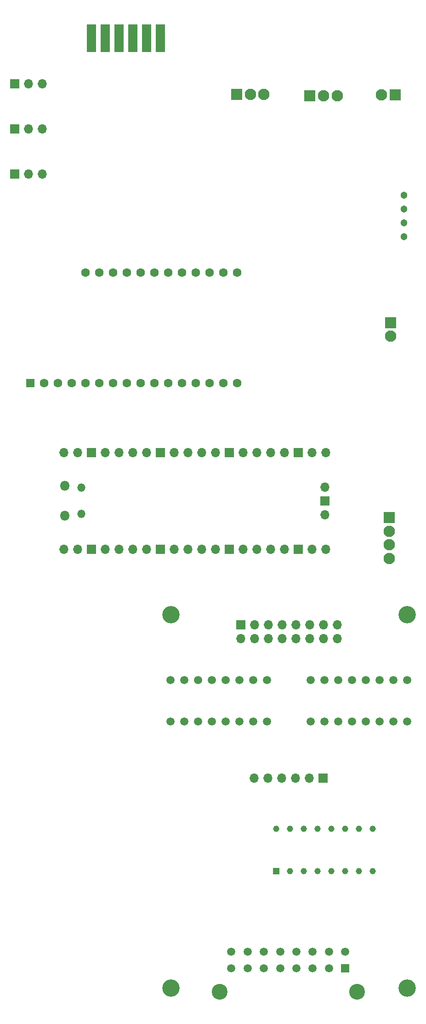
<source format=gbr>
%TF.GenerationSoftware,KiCad,Pcbnew,(6.0.7)*%
%TF.CreationDate,2023-09-07T13:48:48+01:00*%
%TF.ProjectId,CCC_rig_controller,4343435f-7269-4675-9f63-6f6e74726f6c,rev?*%
%TF.SameCoordinates,Original*%
%TF.FileFunction,Soldermask,Bot*%
%TF.FilePolarity,Negative*%
%FSLAX46Y46*%
G04 Gerber Fmt 4.6, Leading zero omitted, Abs format (unit mm)*
G04 Created by KiCad (PCBNEW (6.0.7)) date 2023-09-07 13:48:48*
%MOMM*%
%LPD*%
G01*
G04 APERTURE LIST*
%ADD10C,3.200000*%
%ADD11C,1.500000*%
%ADD12R,1.159000X1.159000*%
%ADD13C,1.159000*%
%ADD14R,1.520000X1.520000*%
%ADD15C,1.520000*%
%ADD16C,2.910000*%
%ADD17R,1.700000X1.700000*%
%ADD18O,1.700000X1.700000*%
%ADD19R,1.651000X5.080000*%
%ADD20C,1.303000*%
%ADD21R,2.100000X2.100000*%
%ADD22C,2.100000*%
%ADD23R,1.600000X1.600000*%
%ADD24C,1.600000*%
%ADD25O,1.800000X1.800000*%
%ADD26O,1.500000X1.500000*%
G04 APERTURE END LIST*
D10*
%TO.C,NPTH_0*%
X45285800Y-122185800D03*
%TD*%
D11*
%TO.C,S1*%
X45205900Y-141807200D03*
X45205900Y-134187200D03*
X47745900Y-141807200D03*
X47745900Y-134187200D03*
X50285900Y-141807200D03*
X50285900Y-134187200D03*
X52825900Y-141807200D03*
X52825900Y-134187200D03*
X55365900Y-141807200D03*
X55365900Y-134187200D03*
X57905900Y-141807200D03*
X57905900Y-134187200D03*
X60445900Y-141807200D03*
X60445900Y-134187200D03*
X62985900Y-141807200D03*
X62985900Y-134187200D03*
%TD*%
%TO.C,S2*%
X70985900Y-141807200D03*
X70985900Y-134187200D03*
X73525900Y-141807200D03*
X73525900Y-134187200D03*
X76065900Y-141807200D03*
X76065900Y-134187200D03*
X78605900Y-141807200D03*
X78605900Y-134187200D03*
X81145900Y-141807200D03*
X81145900Y-134187200D03*
X83685900Y-141807200D03*
X83685900Y-134187200D03*
X86225900Y-141807200D03*
X86225900Y-134187200D03*
X88765900Y-141807200D03*
X88765900Y-134187200D03*
%TD*%
D12*
%TO.C,IC3*%
X64699800Y-169334200D03*
D13*
X67239800Y-169334200D03*
X69779800Y-169334200D03*
X72319800Y-169334200D03*
X74859800Y-169334200D03*
X77399800Y-169334200D03*
X79939800Y-169334200D03*
X82479800Y-169334200D03*
X82479800Y-161524200D03*
X79939800Y-161524200D03*
X77399800Y-161524200D03*
X74859800Y-161524200D03*
X72319800Y-161524200D03*
X69779800Y-161524200D03*
X67239800Y-161524200D03*
X64699800Y-161524200D03*
%TD*%
D14*
%TO.C,J9*%
X77389100Y-187157800D03*
D15*
X74389100Y-187157800D03*
X71389100Y-187157800D03*
X68389100Y-187157800D03*
X65389100Y-187157800D03*
X62389100Y-187157800D03*
X59389100Y-187157800D03*
X56389100Y-187157800D03*
X77389100Y-184157800D03*
X74389100Y-184157800D03*
X71389100Y-184157800D03*
X68389100Y-184157800D03*
X65389100Y-184157800D03*
X62389100Y-184157800D03*
X59389100Y-184157800D03*
X56389100Y-184157800D03*
D16*
X79539100Y-191477800D03*
X54239100Y-191477800D03*
%TD*%
D10*
%TO.C,NPTH_2*%
X45285800Y-190785800D03*
%TD*%
%TO.C,NPTH_1*%
X88785800Y-122185800D03*
%TD*%
D17*
%TO.C,J10*%
X73310900Y-152221200D03*
D18*
X70770900Y-152221200D03*
X68230900Y-152221200D03*
X65690900Y-152221200D03*
X63150900Y-152221200D03*
X60610900Y-152221200D03*
%TD*%
D10*
%TO.C,NPTH_3*%
X88785800Y-190785800D03*
%TD*%
D17*
%TO.C,J11*%
X58110900Y-124032200D03*
D18*
X58110900Y-126572200D03*
X60650900Y-124032200D03*
X60650900Y-126572200D03*
X63190900Y-124032200D03*
X63190900Y-126572200D03*
X65730900Y-124032200D03*
X65730900Y-126572200D03*
X68270900Y-124032200D03*
X68270900Y-126572200D03*
X70810900Y-124032200D03*
X70810900Y-126572200D03*
X73350900Y-124032200D03*
X73350900Y-126572200D03*
X75890900Y-124032200D03*
X75890900Y-126572200D03*
%TD*%
D19*
%TO.C,J5*%
X43350000Y-16160000D03*
X40810000Y-16160000D03*
X38270000Y-16160000D03*
X35730000Y-16160000D03*
X33190000Y-16160000D03*
X30650000Y-16160000D03*
%TD*%
D20*
%TO.C,PS1*%
X88242000Y-52669800D03*
X88242000Y-50129800D03*
X88242000Y-47589800D03*
X88242000Y-45049800D03*
%TD*%
D17*
%TO.C,U2*%
X16500000Y-32794400D03*
D18*
X19040000Y-32794400D03*
X21580000Y-32794400D03*
%TD*%
D17*
%TO.C,U4*%
X16500000Y-24494400D03*
D18*
X19040000Y-24494400D03*
X21580000Y-24494400D03*
%TD*%
D21*
%TO.C,J8*%
X85500000Y-104288800D03*
D22*
X85500000Y-106788800D03*
X85500000Y-109288800D03*
X85500000Y-111788800D03*
%TD*%
D17*
%TO.C,U3*%
X16500000Y-41094400D03*
D18*
X19040000Y-41094400D03*
X21580000Y-41094400D03*
%TD*%
D23*
%TO.C,A1*%
X19360000Y-79520000D03*
D24*
X21900000Y-79520000D03*
X24440000Y-79520000D03*
X26980000Y-79520000D03*
X29520000Y-79520000D03*
X32060000Y-79520000D03*
X34600000Y-79520000D03*
X37140000Y-79520000D03*
X39680000Y-79520000D03*
X42220000Y-79520000D03*
X44760000Y-79520000D03*
X47300000Y-79520000D03*
X49840000Y-79520000D03*
X52380000Y-79520000D03*
X54920000Y-79520000D03*
X57460000Y-79520000D03*
X57460000Y-59200000D03*
X54920000Y-59200000D03*
X52380000Y-59200000D03*
X49840000Y-59200000D03*
X47300000Y-59200000D03*
X44760000Y-59200000D03*
X42220000Y-59200000D03*
X39680000Y-59200000D03*
X37140000Y-59200000D03*
X34600000Y-59200000D03*
X32060000Y-59200000D03*
X29520000Y-59200000D03*
%TD*%
D18*
%TO.C,U1*%
X73600000Y-98654400D03*
D17*
X73600000Y-101194400D03*
D18*
X73600000Y-103734400D03*
X25570000Y-92304400D03*
X28110000Y-92304400D03*
D17*
X30650000Y-92304400D03*
D18*
X33190000Y-92304400D03*
X35730000Y-92304400D03*
X38270000Y-92304400D03*
X40810000Y-92304400D03*
D17*
X43350000Y-92304400D03*
D18*
X45890000Y-92304400D03*
X48430000Y-92304400D03*
X50970000Y-92304400D03*
X53510000Y-92304400D03*
D17*
X56050000Y-92304400D03*
D18*
X58590000Y-92304400D03*
X61130000Y-92304400D03*
X63670000Y-92304400D03*
X66210000Y-92304400D03*
D17*
X68750000Y-92304400D03*
D18*
X71290000Y-92304400D03*
X73830000Y-92304400D03*
X73830000Y-110084400D03*
X71290000Y-110084400D03*
D17*
X68750000Y-110084400D03*
D18*
X66210000Y-110084400D03*
X63670000Y-110084400D03*
X61130000Y-110084400D03*
X58590000Y-110084400D03*
D17*
X56050000Y-110084400D03*
D18*
X53510000Y-110084400D03*
X50970000Y-110084400D03*
X48430000Y-110084400D03*
X45890000Y-110084400D03*
D17*
X43350000Y-110084400D03*
D18*
X40810000Y-110084400D03*
X38270000Y-110084400D03*
X35730000Y-110084400D03*
X33190000Y-110084400D03*
D17*
X30650000Y-110084400D03*
D18*
X28110000Y-110084400D03*
X25570000Y-110084400D03*
D25*
X25700000Y-103919400D03*
D26*
X28730000Y-98769400D03*
X28730000Y-103619400D03*
D25*
X25700000Y-98469400D03*
%TD*%
D21*
%TO.C,J4*%
X85725000Y-68463800D03*
D22*
X85725000Y-70963800D03*
%TD*%
%TO.C,J1*%
X84052000Y-26538800D03*
D21*
X86552000Y-26538800D03*
%TD*%
%TO.C,J3*%
X57403000Y-26438800D03*
D22*
X59903000Y-26438800D03*
X62403000Y-26438800D03*
%TD*%
%TO.C,J2*%
X75884000Y-26688800D03*
X73384000Y-26688800D03*
D21*
X70884000Y-26688800D03*
%TD*%
M02*

</source>
